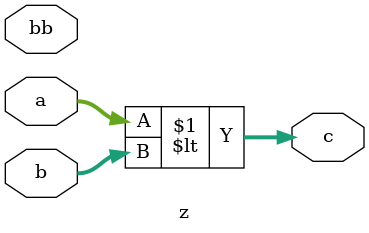
<source format=v>
`timescale 1ns / 1ps
module z(
		input [1:0] a,
		input [1:0]b,
		input [1:0]bb,
		output [1:0] c
    );
	 

	assign c = a < b;


endmodule

</source>
